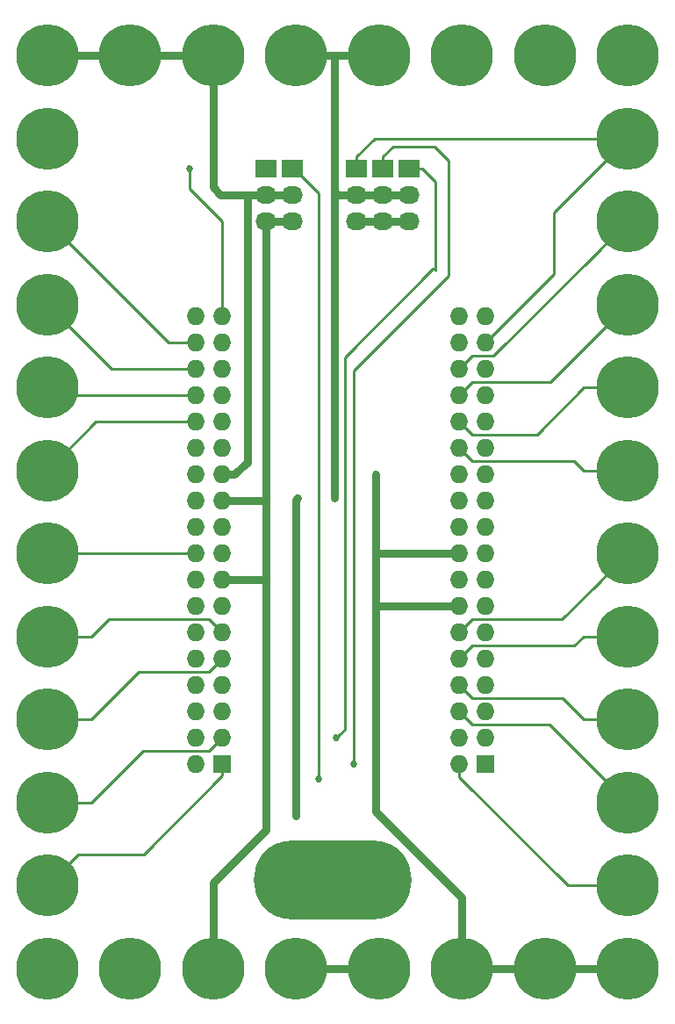
<source format=gtl>
%TF.GenerationSoftware,KiCad,Pcbnew,4.0.7-e2-6376~58~ubuntu16.04.1*%
%TF.CreationDate,2018-08-06T09:41:40-07:00*%
%TF.ProjectId,8x12-PocketBeagle-Breakout,387831322D506F636B6574426561676C,1.0*%
%TF.FileFunction,Copper,L1,Top,Signal*%
%FSLAX46Y46*%
G04 Gerber Fmt 4.6, Leading zero omitted, Abs format (unit mm)*
G04 Created by KiCad (PCBNEW 4.0.7-e2-6376~58~ubuntu16.04.1) date Mon Aug  6 09:41:40 2018*
%MOMM*%
%LPD*%
G01*
G04 APERTURE LIST*
%ADD10C,0.350000*%
%ADD11R,2.032000X1.727200*%
%ADD12O,2.032000X1.727200*%
%ADD13O,15.240000X7.620000*%
%ADD14C,6.000000*%
%ADD15R,1.727200X1.727200*%
%ADD16O,1.727200X1.727200*%
%ADD17C,0.685800*%
%ADD18C,0.762000*%
%ADD19C,0.254000*%
%ADD20C,0.330200*%
%ADD21C,0.350000*%
G04 APERTURE END LIST*
D10*
D11*
X60452000Y-44767500D03*
D12*
X60452000Y-47307500D03*
X60452000Y-49847500D03*
D11*
X62992000Y-44767500D03*
D12*
X62992000Y-47307500D03*
X62992000Y-49847500D03*
D11*
X69215000Y-44767500D03*
D12*
X69215000Y-47307500D03*
X69215000Y-49847500D03*
D11*
X71755000Y-44767500D03*
D12*
X71755000Y-47307500D03*
X71755000Y-49847500D03*
D11*
X74295000Y-44767500D03*
D12*
X74295000Y-47307500D03*
X74295000Y-49847500D03*
D13*
X66929000Y-113411000D03*
D14*
X95373000Y-73909000D03*
X95372000Y-65909000D03*
X95372000Y-49909000D03*
X95372000Y-81909000D03*
X95372000Y-41909000D03*
X95372000Y-57909000D03*
X95373000Y-89909000D03*
X95373000Y-97909000D03*
X95372000Y-33909000D03*
X87373000Y-33909000D03*
X55373000Y-33909000D03*
X47373000Y-33909000D03*
X55373000Y-121909000D03*
X47373000Y-121909000D03*
X95372000Y-121909000D03*
X71373000Y-121909000D03*
X39373000Y-121909000D03*
X39373000Y-97909000D03*
X39373000Y-89909000D03*
X39373000Y-81909000D03*
X39373000Y-73909000D03*
X39373000Y-65909000D03*
X39373000Y-57909000D03*
X39373000Y-49909000D03*
X39373000Y-41909000D03*
X39373000Y-33909000D03*
X95373000Y-105909000D03*
X39373000Y-105909000D03*
X63373000Y-33909000D03*
X63373000Y-121909000D03*
X71373000Y-33909000D03*
X87373000Y-121909000D03*
X39373000Y-113909000D03*
X95373000Y-113909000D03*
X79373000Y-33909000D03*
X79373000Y-121909000D03*
D15*
X81644484Y-102212392D03*
D16*
X79104484Y-102212392D03*
X81644484Y-99672392D03*
X79104484Y-99672392D03*
X81644484Y-97132392D03*
X79104484Y-97132392D03*
X81644484Y-94592392D03*
X79104484Y-94592392D03*
X81644484Y-92052392D03*
X79104484Y-92052392D03*
X81644484Y-89512392D03*
X79104484Y-89512392D03*
X81644484Y-86972392D03*
X79104484Y-86972392D03*
X81644484Y-84432392D03*
X79104484Y-84432392D03*
X81644484Y-81892392D03*
X79104484Y-81892392D03*
X81644484Y-79352392D03*
X79104484Y-79352392D03*
X81644484Y-76812392D03*
X79104484Y-76812392D03*
X81644484Y-74272392D03*
X79104484Y-74272392D03*
X81644484Y-71732392D03*
X79104484Y-71732392D03*
X81644484Y-69192392D03*
X79104484Y-69192392D03*
X81644484Y-66652392D03*
X79104484Y-66652392D03*
X81644484Y-64112392D03*
X79104484Y-64112392D03*
X81644484Y-61572392D03*
X79104484Y-61572392D03*
X81644484Y-59032392D03*
X79104484Y-59032392D03*
X56244484Y-66652392D03*
X56244484Y-69192392D03*
X56244484Y-71732392D03*
X53704484Y-71732392D03*
X53704484Y-69192392D03*
X53704484Y-66652392D03*
X56244484Y-61572392D03*
X53704484Y-61572392D03*
X53704484Y-59032392D03*
X56244484Y-64112392D03*
X53704484Y-64112392D03*
X56244484Y-59032392D03*
X53704484Y-74272392D03*
X56244484Y-74272392D03*
X56244484Y-79352392D03*
X53704484Y-79352392D03*
X53704484Y-76812392D03*
X56244484Y-76812392D03*
X53704484Y-86972392D03*
X53704484Y-89512392D03*
X56244484Y-89512392D03*
X56244484Y-86972392D03*
X53704484Y-81892392D03*
X56244484Y-81892392D03*
X56244484Y-84432392D03*
X53704484Y-84432392D03*
X53704484Y-94592392D03*
X56244484Y-92052392D03*
X56244484Y-97132392D03*
X53704484Y-97132392D03*
X56244484Y-94592392D03*
X53704484Y-92052392D03*
D15*
X56244484Y-102212392D03*
D16*
X53704484Y-102212392D03*
X53704484Y-99672392D03*
X56244484Y-99672392D03*
D17*
X71097392Y-74272392D03*
X71097392Y-74272392D03*
X65532000Y-103632000D03*
X53086000Y-44767500D03*
X63373000Y-107188000D03*
X67056000Y-76581000D03*
X63500000Y-76581000D03*
X63373000Y-86995000D03*
X68938392Y-102212392D03*
X67287392Y-99672392D03*
D18*
X71097392Y-86868000D02*
X71097392Y-106807000D01*
X79373000Y-121909000D02*
X79373000Y-115082608D01*
X79373000Y-115082608D02*
X71097392Y-106807000D01*
X58674000Y-47307500D02*
X58674000Y-73152000D01*
X58586190Y-73152000D02*
X58674000Y-73152000D01*
X56244484Y-74272392D02*
X57465798Y-74272392D01*
X57465798Y-74272392D02*
X58586190Y-73152000D01*
X60452000Y-47307500D02*
X58674000Y-47307500D01*
X62992000Y-47307500D02*
X60452000Y-47307500D01*
X56070500Y-47307500D02*
X58674000Y-47307500D01*
X55372000Y-46609000D02*
X56070500Y-47307500D01*
X55372000Y-38152640D02*
X55372000Y-46609000D01*
X55373000Y-33909000D02*
X55373000Y-38151640D01*
X55373000Y-38151640D02*
X55372000Y-38152640D01*
X47373000Y-33909000D02*
X43130360Y-33909000D01*
X43130360Y-33909000D02*
X39373000Y-33909000D01*
X55373000Y-33909000D02*
X51130360Y-33909000D01*
X51130360Y-33909000D02*
X47373000Y-33909000D01*
X71097392Y-81915000D02*
X71097392Y-86868000D01*
X76222608Y-86972392D02*
X71201784Y-86972392D01*
X71201784Y-86972392D02*
X71097392Y-86868000D01*
X71097392Y-74272392D02*
X71097392Y-81915000D01*
X76200000Y-81892392D02*
X71120000Y-81892392D01*
X71120000Y-81892392D02*
X71097392Y-81915000D01*
X76222608Y-86972392D02*
X76200000Y-86995000D01*
X79104484Y-86972392D02*
X76222608Y-86972392D01*
X87373000Y-121909000D02*
X91615640Y-121909000D01*
X91615640Y-121909000D02*
X95372000Y-121909000D01*
X79373000Y-121909000D02*
X83615640Y-121909000D01*
X83615640Y-121909000D02*
X87373000Y-121909000D01*
X79104484Y-81892392D02*
X76200000Y-81892392D01*
X76200000Y-81892392D02*
X76177392Y-81915000D01*
X55373000Y-121909000D02*
X55373000Y-113664000D01*
X55373000Y-113664000D02*
X60452000Y-108585000D01*
X60452000Y-108585000D02*
X60452000Y-84455000D01*
X60452000Y-84455000D02*
X60452000Y-76962000D01*
X56244484Y-84432392D02*
X57465798Y-84432392D01*
X57465798Y-84432392D02*
X57488406Y-84455000D01*
X57488406Y-84455000D02*
X60452000Y-84455000D01*
X60452000Y-76962000D02*
X60452000Y-72604876D01*
X56244484Y-76812392D02*
X60302392Y-76812392D01*
X60302392Y-76812392D02*
X60452000Y-76962000D01*
X60452000Y-72604876D02*
X60452000Y-49847500D01*
X60452000Y-49847500D02*
X62992000Y-49847500D01*
X71755000Y-49847500D02*
X69215000Y-49847500D01*
X74295000Y-49847500D02*
X71755000Y-49847500D01*
D19*
X65532000Y-102108000D02*
X65532000Y-103632000D01*
X65532000Y-55753000D02*
X65532000Y-102108000D01*
X65532000Y-47155100D02*
X65532000Y-55753000D01*
X62992000Y-44767500D02*
X63144400Y-44767500D01*
X63144400Y-44767500D02*
X65532000Y-47155100D01*
X79104484Y-102212392D02*
X79104484Y-103433706D01*
X79104484Y-103433706D02*
X89579778Y-113909000D01*
X89579778Y-113909000D02*
X91130360Y-113909000D01*
X91130360Y-113909000D02*
X95373000Y-113909000D01*
X56244484Y-49894484D02*
X53086000Y-46736000D01*
X53086000Y-46736000D02*
X53086000Y-44767500D01*
X56244484Y-59032392D02*
X56244484Y-49894484D01*
D18*
X63373000Y-107188000D02*
X63373000Y-88773000D01*
X67056000Y-46926500D02*
X67056000Y-76581000D01*
X71373000Y-33909000D02*
X67056000Y-33909000D01*
X69215000Y-47307500D02*
X67437000Y-47307500D01*
X67056000Y-33909000D02*
X63373000Y-33909000D01*
X67437000Y-47307500D02*
X67056000Y-46926500D01*
X67056000Y-46926500D02*
X67056000Y-33909000D01*
X74295000Y-47307500D02*
X71755000Y-47307500D01*
X69215000Y-47307500D02*
X71755000Y-47307500D01*
X63373000Y-86995000D02*
X63373000Y-76708000D01*
X63373000Y-76708000D02*
X63500000Y-76581000D01*
X63373000Y-86995000D02*
X63373000Y-88773000D01*
X63373000Y-121909000D02*
X71373000Y-121909000D01*
D19*
X53704484Y-69192392D02*
X44089608Y-69192392D01*
X44089608Y-69192392D02*
X39373000Y-73909000D01*
X53704484Y-66652392D02*
X40116392Y-66652392D01*
X40116392Y-66652392D02*
X39373000Y-65909000D01*
X53704484Y-61572392D02*
X51036392Y-61572392D01*
X51036392Y-61572392D02*
X39373000Y-49909000D01*
X53704484Y-64112392D02*
X45576392Y-64112392D01*
X45576392Y-64112392D02*
X39373000Y-57909000D01*
X39373000Y-81909000D02*
X53687876Y-81909000D01*
X53687876Y-81909000D02*
X53704484Y-81892392D01*
X78105000Y-44069000D02*
X78105000Y-52578000D01*
X78105000Y-52578000D02*
X78105000Y-52705000D01*
X68938392Y-64284608D02*
X78105000Y-55118000D01*
X78105000Y-55118000D02*
X78105000Y-52578000D01*
X68938392Y-102212392D02*
X68938392Y-64284608D01*
X76708000Y-42672000D02*
X78105000Y-44069000D01*
X72732900Y-42672000D02*
X76708000Y-42672000D01*
X71755000Y-44767500D02*
X71755000Y-43649900D01*
X71755000Y-43649900D02*
X72732900Y-42672000D01*
X39373000Y-113909000D02*
X42372999Y-110909001D01*
X42372999Y-110909001D02*
X48665475Y-110909001D01*
X48665475Y-110909001D02*
X56244484Y-103329992D01*
X56244484Y-103329992D02*
X56244484Y-102212392D01*
X76835000Y-54483000D02*
X76581000Y-54483000D01*
X76581000Y-54483000D02*
X68072000Y-62992000D01*
X68072000Y-62992000D02*
X68072000Y-98887784D01*
X68072000Y-98887784D02*
X67630291Y-99329493D01*
X67630291Y-99329493D02*
X67287392Y-99672392D01*
X76835000Y-54483000D02*
X76835000Y-54610000D01*
X76835000Y-52578000D02*
X76835000Y-54483000D01*
X76835000Y-52578000D02*
X76835000Y-52705000D01*
X76835000Y-46037500D02*
X76835000Y-52578000D01*
X74295000Y-44767500D02*
X75565000Y-44767500D01*
X75565000Y-44767500D02*
X76835000Y-46037500D01*
X39373000Y-105909000D02*
X43615640Y-105909000D01*
X43615640Y-105909000D02*
X48607647Y-100916993D01*
X48607647Y-100916993D02*
X54999883Y-100916993D01*
X54999883Y-100916993D02*
X55380885Y-100535991D01*
X55380885Y-100535991D02*
X56244484Y-99672392D01*
X39373000Y-97909000D02*
X43615640Y-97909000D01*
X43615640Y-97909000D02*
X48227647Y-93296993D01*
X48227647Y-93296993D02*
X54999883Y-93296993D01*
X54999883Y-93296993D02*
X55380885Y-92915991D01*
X55380885Y-92915991D02*
X56244484Y-92052392D01*
X56244484Y-89512392D02*
X54949085Y-88216993D01*
X54949085Y-88216993D02*
X45307647Y-88216993D01*
X43615640Y-89909000D02*
X39373000Y-89909000D01*
X45307647Y-88216993D02*
X43615640Y-89909000D01*
X95373000Y-105909000D02*
X87840993Y-98376993D01*
X87840993Y-98376993D02*
X80349085Y-98376993D01*
X80349085Y-98376993D02*
X79968083Y-97995991D01*
X79968083Y-97995991D02*
X79104484Y-97132392D01*
X95373000Y-97909000D02*
X91130360Y-97909000D01*
X91130360Y-97909000D02*
X89058353Y-95836993D01*
X89058353Y-95836993D02*
X80349085Y-95836993D01*
X80349085Y-95836993D02*
X79968083Y-95455991D01*
X79968083Y-95455991D02*
X79104484Y-94592392D01*
X95373000Y-89909000D02*
X91130360Y-89909000D01*
X91130360Y-89909000D02*
X90231569Y-90807791D01*
X90231569Y-90807791D02*
X80349085Y-90807791D01*
X80349085Y-90807791D02*
X79968083Y-91188793D01*
X79968083Y-91188793D02*
X79104484Y-92052392D01*
X79104484Y-89512392D02*
X80349085Y-88267791D01*
X89013209Y-88267791D02*
X92372001Y-84908999D01*
X80349085Y-88267791D02*
X89013209Y-88267791D01*
X92372001Y-84908999D02*
X95372000Y-81909000D01*
X95373000Y-73909000D02*
X91130360Y-73909000D01*
X91130360Y-73909000D02*
X90198353Y-72976993D01*
X90198353Y-72976993D02*
X80349085Y-72976993D01*
X80349085Y-72976993D02*
X79968083Y-72595991D01*
X79968083Y-72595991D02*
X79104484Y-71732392D01*
X95372000Y-65909000D02*
X91129360Y-65909000D01*
X91129360Y-65909000D02*
X86601367Y-70436993D01*
X86601367Y-70436993D02*
X80349085Y-70436993D01*
X80349085Y-70436993D02*
X79968083Y-70055991D01*
X79968083Y-70055991D02*
X79104484Y-69192392D01*
X87876000Y-65405000D02*
X80351876Y-65405000D01*
X80351876Y-65405000D02*
X79104484Y-66652392D01*
X95372000Y-57909000D02*
X87876000Y-65405000D01*
X79104484Y-64112392D02*
X80349085Y-62867791D01*
X80349085Y-62867791D02*
X82413209Y-62867791D01*
X82413209Y-62867791D02*
X92372001Y-52908999D01*
X92372001Y-52908999D02*
X95372000Y-49909000D01*
X69215000Y-44767500D02*
X69215000Y-43649900D01*
X69215000Y-43649900D02*
X70955900Y-41909000D01*
X70955900Y-41909000D02*
X91129360Y-41909000D01*
X91129360Y-41909000D02*
X95372000Y-41909000D01*
X88265000Y-54951876D02*
X88265000Y-49016000D01*
X88265000Y-49016000D02*
X95372000Y-41909000D01*
X81644484Y-61572392D02*
X88265000Y-54951876D01*
D20*
X71097392Y-74272392D03*
X71097392Y-74272392D03*
X65532000Y-103632000D03*
X53086000Y-44767500D03*
X63373000Y-107188000D03*
X67056000Y-76581000D03*
X63500000Y-76581000D03*
X63373000Y-86995000D03*
X68938392Y-102212392D03*
X67287392Y-99672392D03*
D21*
X60452000Y-44767500D03*
X60452000Y-47307500D03*
X60452000Y-49847500D03*
X62992000Y-44767500D03*
X62992000Y-47307500D03*
X62992000Y-49847500D03*
X69215000Y-44767500D03*
X69215000Y-47307500D03*
X69215000Y-49847500D03*
X71755000Y-44767500D03*
X71755000Y-47307500D03*
X71755000Y-49847500D03*
X74295000Y-44767500D03*
X74295000Y-47307500D03*
X74295000Y-49847500D03*
X95373000Y-73909000D03*
X95372000Y-65909000D03*
X95372000Y-49909000D03*
X95372000Y-81909000D03*
X95372000Y-41909000D03*
X95372000Y-57909000D03*
X95373000Y-89909000D03*
X95373000Y-97909000D03*
X95372000Y-33909000D03*
X87373000Y-33909000D03*
X55373000Y-33909000D03*
X47373000Y-33909000D03*
X55373000Y-121909000D03*
X47373000Y-121909000D03*
X95372000Y-121909000D03*
X71373000Y-121909000D03*
X39373000Y-121909000D03*
X39373000Y-97909000D03*
X39373000Y-89909000D03*
X39373000Y-81909000D03*
X39373000Y-73909000D03*
X39373000Y-65909000D03*
X39373000Y-57909000D03*
X39373000Y-49909000D03*
X39373000Y-41909000D03*
X39373000Y-33909000D03*
X95373000Y-105909000D03*
X39373000Y-105909000D03*
X63373000Y-33909000D03*
X63373000Y-121909000D03*
X71373000Y-33909000D03*
X87373000Y-121909000D03*
X39373000Y-113909000D03*
X95373000Y-113909000D03*
X79373000Y-33909000D03*
X79373000Y-121909000D03*
X81644484Y-102212392D03*
X79104484Y-102212392D03*
X81644484Y-99672392D03*
X79104484Y-99672392D03*
X81644484Y-97132392D03*
X79104484Y-97132392D03*
X81644484Y-94592392D03*
X79104484Y-94592392D03*
X81644484Y-92052392D03*
X79104484Y-92052392D03*
X81644484Y-89512392D03*
X79104484Y-89512392D03*
X81644484Y-86972392D03*
X79104484Y-86972392D03*
X81644484Y-84432392D03*
X79104484Y-84432392D03*
X81644484Y-81892392D03*
X79104484Y-81892392D03*
X81644484Y-79352392D03*
X79104484Y-79352392D03*
X81644484Y-76812392D03*
X79104484Y-76812392D03*
X81644484Y-74272392D03*
X79104484Y-74272392D03*
X81644484Y-71732392D03*
X79104484Y-71732392D03*
X81644484Y-69192392D03*
X79104484Y-69192392D03*
X81644484Y-66652392D03*
X79104484Y-66652392D03*
X81644484Y-64112392D03*
X79104484Y-64112392D03*
X81644484Y-61572392D03*
X79104484Y-61572392D03*
X81644484Y-59032392D03*
X79104484Y-59032392D03*
X56244484Y-66652392D03*
X56244484Y-69192392D03*
X56244484Y-71732392D03*
X53704484Y-71732392D03*
X53704484Y-69192392D03*
X53704484Y-66652392D03*
X56244484Y-61572392D03*
X53704484Y-61572392D03*
X53704484Y-59032392D03*
X56244484Y-64112392D03*
X53704484Y-64112392D03*
X56244484Y-59032392D03*
X53704484Y-74272392D03*
X56244484Y-74272392D03*
X56244484Y-79352392D03*
X53704484Y-79352392D03*
X53704484Y-76812392D03*
X56244484Y-76812392D03*
X53704484Y-86972392D03*
X53704484Y-89512392D03*
X56244484Y-89512392D03*
X56244484Y-86972392D03*
X53704484Y-81892392D03*
X56244484Y-81892392D03*
X56244484Y-84432392D03*
X53704484Y-84432392D03*
X53704484Y-94592392D03*
X56244484Y-92052392D03*
X56244484Y-97132392D03*
X53704484Y-97132392D03*
X56244484Y-94592392D03*
X53704484Y-92052392D03*
X56244484Y-102212392D03*
X53704484Y-102212392D03*
X53704484Y-99672392D03*
X56244484Y-99672392D03*
M02*

</source>
